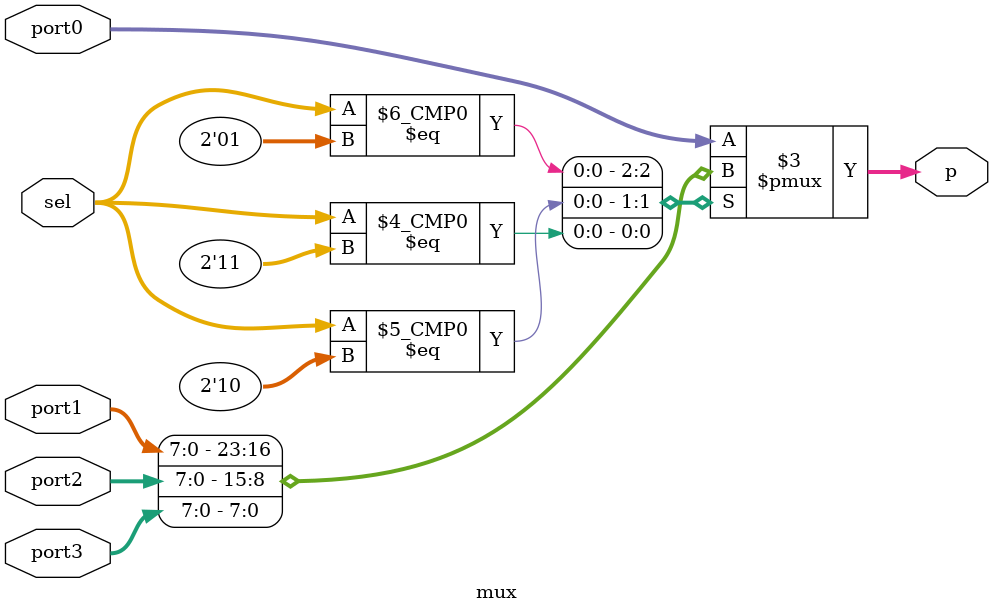
<source format=v>

module mux
(
    input wire [7:0]   port0, 
    input wire [7:0]   port1, 
    input wire [7:0]   port2, 
    input wire [7:0]   port3, 

    input wire [2-1:0] sel,
    output reg [7:0]   p
);

always @ *
begin
   case (sel)

   2'd1 : p = port1;
   2'd2 : p = port2;
   2'd3 : p = port3;

   default : p   = port0;
   endcase
end

endmodule

</source>
